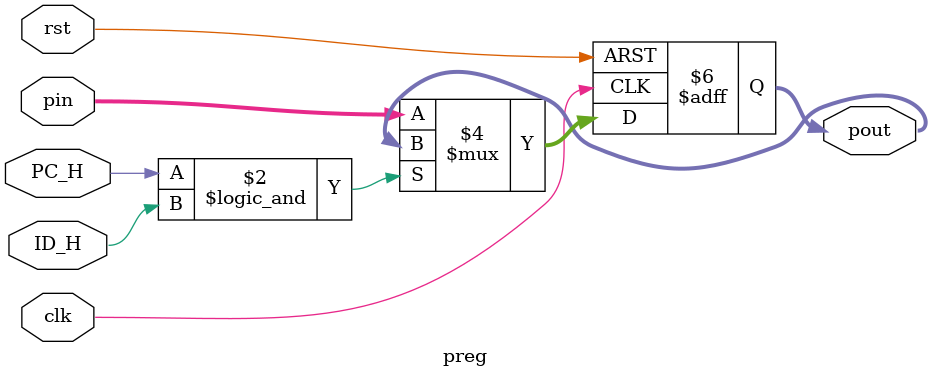
<source format=v>
module preg #(parameter WIDTH = 5, AWIDTH = 32, DWIDTH = 32)(

	//GLOBAL INPUTS
	input clk, rst,
	input PC_H, ID_H,
	//INPUTS TO THE P-REG
	input [AWIDTH-1:0] pin,

	//OUTPUTS FROM THE P-REG
	output reg [DWIDTH-1:0] pout
);
	always @ (posedge clk or posedge rst) begin
		if (rst) begin
			pout <= 32'h0;
		end
		else if (PC_H && ID_H) begin
			pout <= pout;
		end
		else begin
			pout <= pin;
		end
	end
endmodule

</source>
